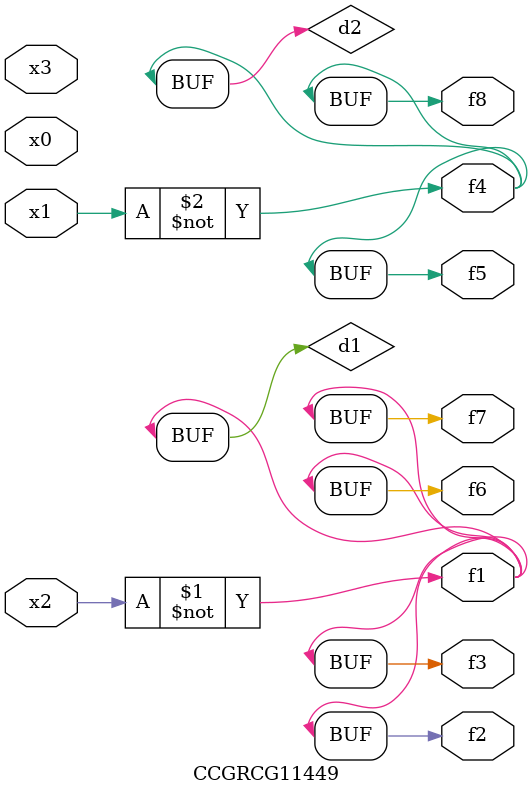
<source format=v>
module CCGRCG11449(
	input x0, x1, x2, x3,
	output f1, f2, f3, f4, f5, f6, f7, f8
);

	wire d1, d2;

	xnor (d1, x2);
	not (d2, x1);
	assign f1 = d1;
	assign f2 = d1;
	assign f3 = d1;
	assign f4 = d2;
	assign f5 = d2;
	assign f6 = d1;
	assign f7 = d1;
	assign f8 = d2;
endmodule

</source>
